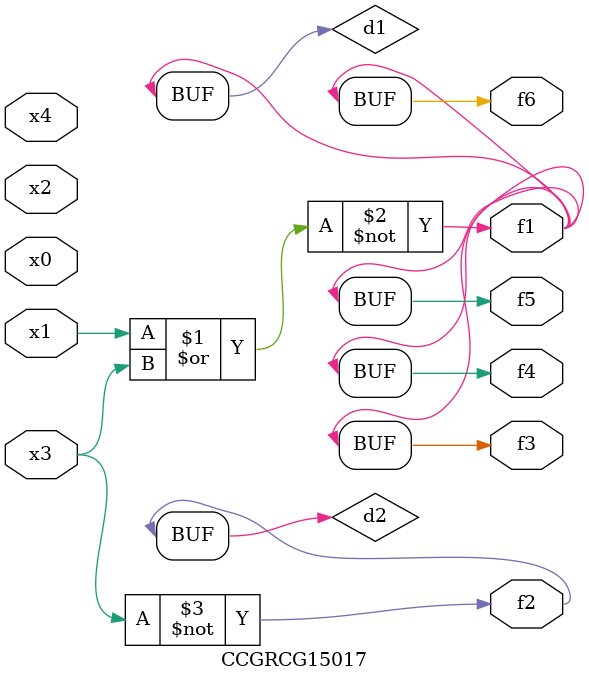
<source format=v>
module CCGRCG15017(
	input x0, x1, x2, x3, x4,
	output f1, f2, f3, f4, f5, f6
);

	wire d1, d2;

	nor (d1, x1, x3);
	not (d2, x3);
	assign f1 = d1;
	assign f2 = d2;
	assign f3 = d1;
	assign f4 = d1;
	assign f5 = d1;
	assign f6 = d1;
endmodule

</source>
